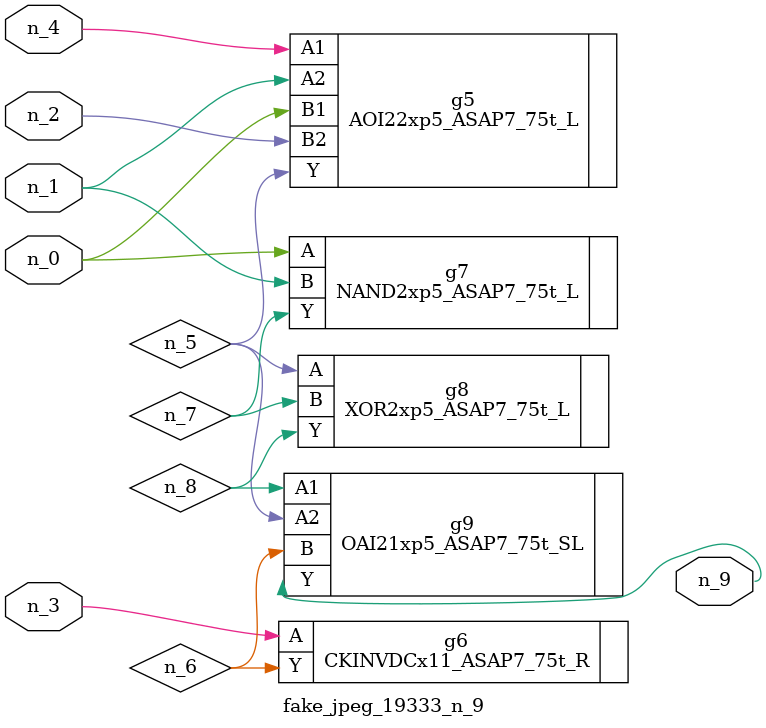
<source format=v>
module fake_jpeg_19333_n_9 (n_3, n_2, n_1, n_0, n_4, n_9);

input n_3;
input n_2;
input n_1;
input n_0;
input n_4;

output n_9;

wire n_8;
wire n_6;
wire n_5;
wire n_7;

AOI22xp5_ASAP7_75t_L g5 ( 
.A1(n_4),
.A2(n_1),
.B1(n_0),
.B2(n_2),
.Y(n_5)
);

CKINVDCx11_ASAP7_75t_R g6 ( 
.A(n_3),
.Y(n_6)
);

NAND2xp5_ASAP7_75t_L g7 ( 
.A(n_0),
.B(n_1),
.Y(n_7)
);

XOR2xp5_ASAP7_75t_L g8 ( 
.A(n_5),
.B(n_7),
.Y(n_8)
);

OAI21xp5_ASAP7_75t_SL g9 ( 
.A1(n_8),
.A2(n_5),
.B(n_6),
.Y(n_9)
);


endmodule
</source>
